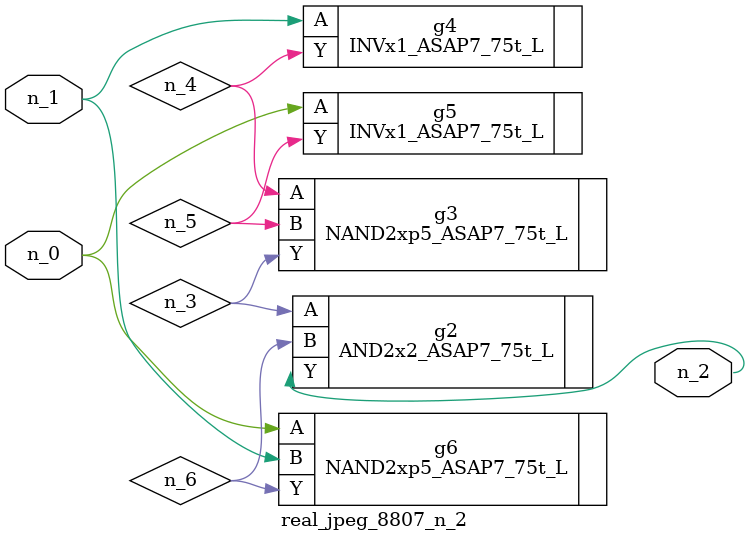
<source format=v>
module real_jpeg_8807_n_2 (n_1, n_0, n_2);

input n_1;
input n_0;

output n_2;

wire n_5;
wire n_4;
wire n_6;
wire n_3;

INVx1_ASAP7_75t_L g5 ( 
.A(n_0),
.Y(n_5)
);

NAND2xp5_ASAP7_75t_L g6 ( 
.A(n_0),
.B(n_1),
.Y(n_6)
);

INVx1_ASAP7_75t_L g4 ( 
.A(n_1),
.Y(n_4)
);

AND2x2_ASAP7_75t_L g2 ( 
.A(n_3),
.B(n_6),
.Y(n_2)
);

NAND2xp5_ASAP7_75t_L g3 ( 
.A(n_4),
.B(n_5),
.Y(n_3)
);


endmodule
</source>
